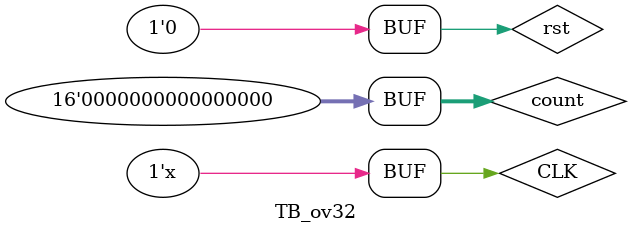
<source format=v>
`timescale 1ns / 1ps


module TB_ov32();
    reg CLK = 0;
    reg rst = 0;
    reg [15:0]count = 0;
    wire [3:0]numOv32;

always #1 CLK = ~CLK;
over32 check(CLK, rst, count, numOv32);

initial begin
    #199
        count = count + 10;
    #100
        count = count + 35;
    #100
        count = count + 35;
    #100
        count = count + 50;
    #100
        count = count + 10;
    #100
        count = count + 0;
    #100
        count = count + 10;
    #100
        count = count + 50;
    #100
        count = count + 150;
    //from now on shouldn't update
    #100
        count = count + 100;
    #100
        count = count + 100;
    #100
        rst = 1; 
        //count = count + 35;
    #100
        rst = 0; 
        count = count + 35;
    #100
        count = count + 50; 
    
end

endmodule

</source>
